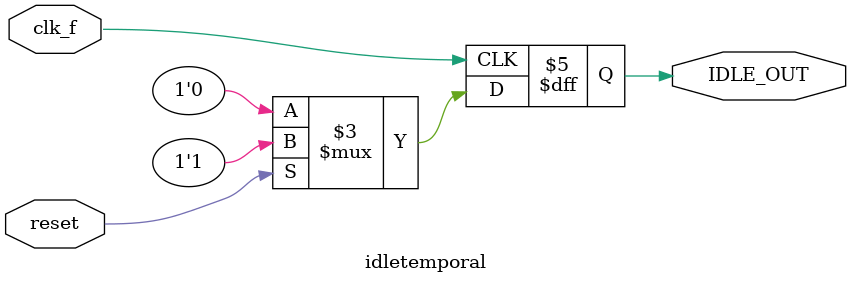
<source format=v>
module idletemporal( output reg IDLE_OUT,
		     input wire reset, clk_f );

   always @( posedge clk_f ) begin
      if( reset ) begin
	 IDLE_OUT <= 1'b1;
      end
      else begin
	 IDLE_OUT <= 1'b0;
      end
   end
   
endmodule // idletemporal

</source>
